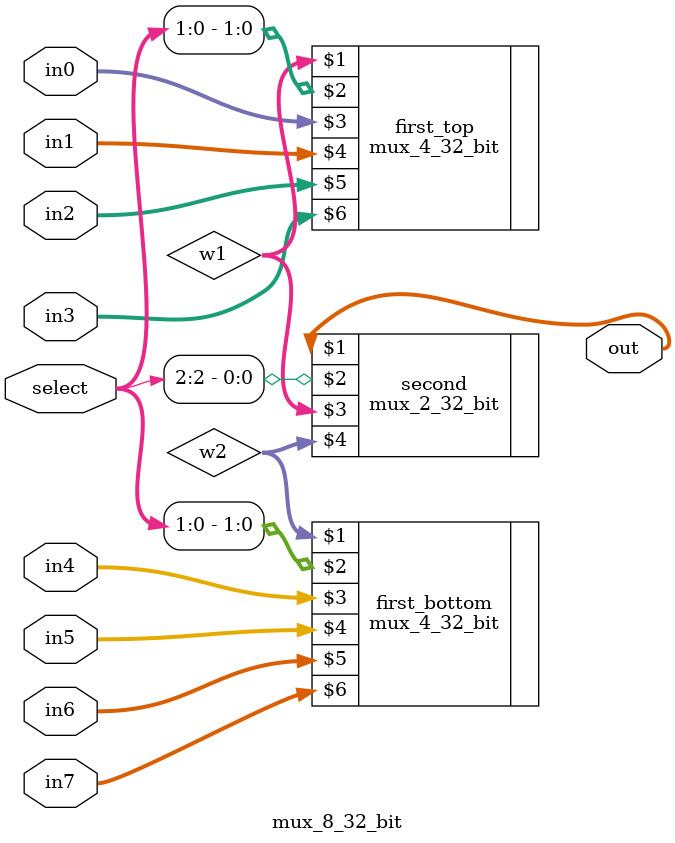
<source format=v>
module mux_8_32_bit(out, select, in0, in1, in2, in3, in4, in5, in6, in7);
	input [2:0] select;
	input [31:0] in0, in1, in2, in3, in4, in5, in6, in7;
	output [31:0] out;
	wire [31:0] w1, w2;

	mux_4_32_bit first_top(w1, select[1:0], in0, in1, in2, in3);
	mux_4_32_bit first_bottom(w2, select[1:0], in4, in5, in6, in7);
	mux_2_32_bit second(out, select[2], w1, w2);

endmodule
</source>
